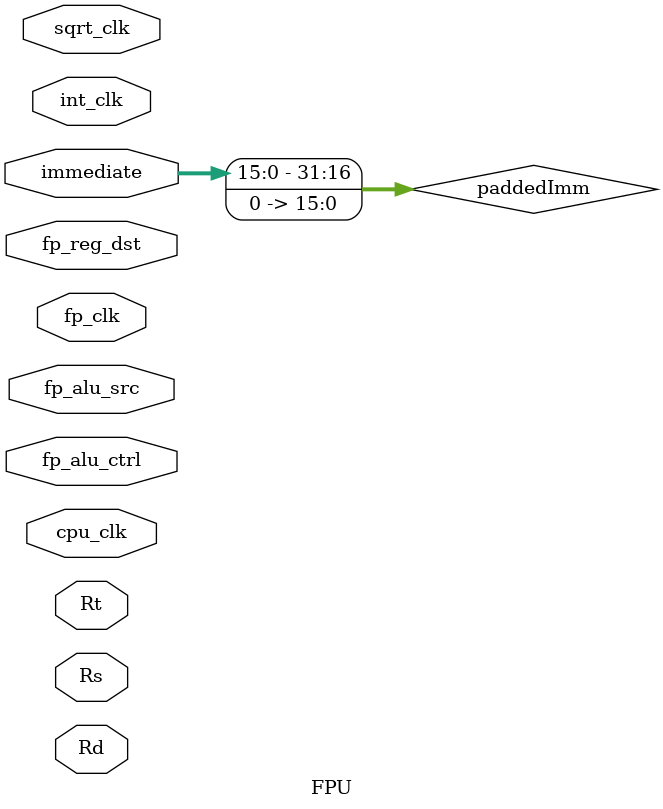
<source format=v>
module FPU(
  input cpu_clk, sqrt_clk, fp_clk, int_clk,
  input fp_alu_src, fp_reg_dst,
  input[2:0] fp_alu_ctrl,
  input [4:0] Rs, Rt, Rd,
  input [15:0] immediate
);

wire [4:0] regDst;
wire [31:0] regData1, regData2, aluIn2, aluOut, paddedImm;

assign paddedImm = {immediate, 16'b0};
assign regDst = fp_reg_dst ? Rd : Rt;
assign aluIn2 = fp_alu_src ? paddedImm : regData2;

regfile #(32'h3f800000) fpregfile(
  .ReadData1(regData1),
  .ReadData2(regData2),
  .WriteData(aluOut),
  .ReadRegister1(Rs),
  .ReadRegister2(Rt),
  .WriteRegister(regDst),
  .RegWrite(1'b1),
  .Clk(cpu_clk)
);

fp_alu fpalu(
  .fp_clk(fp_clk),
  .int_clk(int_clk),
  .sqrt_clk(sqrt_clk),
  .cpu_clk(cpu_clk),
  .selector(fp_alu_ctrl),
  .a(regData1),
  .b(aluIn2),
  .out(aluOut)
);

endmodule

</source>
